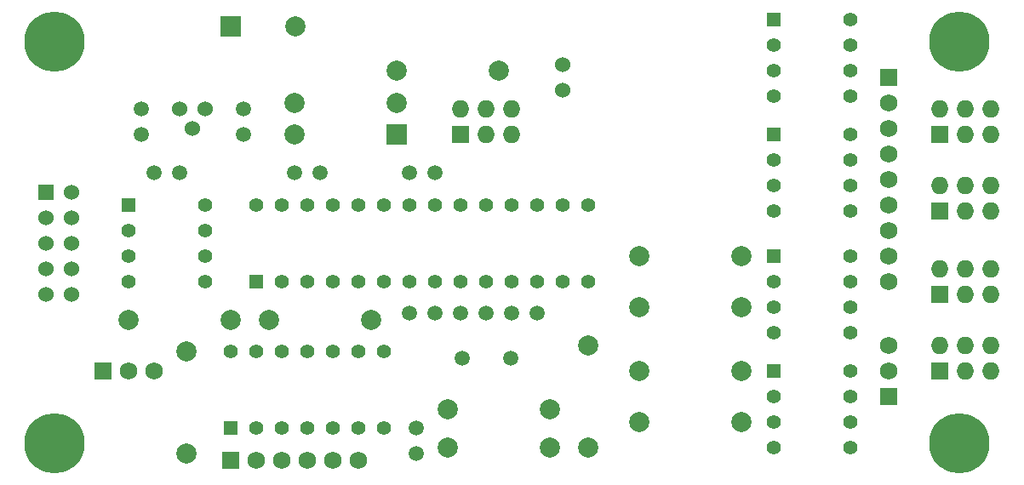
<source format=gbs>
%FSLAX36Y36*%
G04 Gerber Fmt 3.6, Leading zero omitted, Abs format (unit inch)*
G04 Created by KiCad (PCBNEW (2014-jul-16 BZR unknown)-product) date Sun 25 Jan 2015 02:29:34 PM PST*
%MOIN*%
G01*
G04 APERTURE LIST*
%ADD10C,0.003937*%
%ADD11C,0.059100*%
%ADD12C,0.078700*%
%ADD13R,0.078700X0.078700*%
%ADD14C,0.060000*%
%ADD15C,0.236220*%
%ADD16R,0.068000X0.068000*%
%ADD17C,0.068000*%
%ADD18R,0.060000X0.060000*%
%ADD19O,0.068000X0.068000*%
%ADD20R,0.055000X0.055000*%
%ADD21C,0.055000*%
G04 APERTURE END LIST*
D10*
D11*
X4475000Y-4400000D03*
X4475000Y-4500000D03*
X4875000Y-4400000D03*
X4875000Y-4500000D03*
X5725000Y-5200000D03*
X5825000Y-5200000D03*
X5525000Y-5200000D03*
X5625000Y-5200000D03*
X5625000Y-4650000D03*
X5525000Y-4650000D03*
X4525000Y-4650000D03*
X4625000Y-4650000D03*
X5925000Y-5200000D03*
X6025000Y-5200000D03*
X5550000Y-5650000D03*
X5550000Y-5750000D03*
X5175000Y-4650000D03*
X5075000Y-4650000D03*
D12*
X5075000Y-4500000D03*
D13*
X5475000Y-4500000D03*
D14*
X6125000Y-4325000D03*
X6125000Y-4225000D03*
D15*
X4133858Y-4133858D03*
X7677165Y-4133858D03*
X4133858Y-5708661D03*
X7677165Y-5708661D03*
D16*
X4325000Y-5425000D03*
D17*
X4425000Y-5425000D03*
X4525000Y-5425000D03*
D18*
X4100000Y-4725000D03*
D14*
X4200000Y-4725000D03*
X4100000Y-4825000D03*
X4200000Y-4825000D03*
X4100000Y-4925000D03*
X4200000Y-4925000D03*
X4100000Y-5025000D03*
X4200000Y-5025000D03*
X4100000Y-5125000D03*
X4200000Y-5125000D03*
D16*
X4825000Y-5775000D03*
D17*
X4925000Y-5775000D03*
X5025000Y-5775000D03*
X5125000Y-5775000D03*
X5225000Y-5775000D03*
X5325000Y-5775000D03*
D16*
X5725000Y-4500000D03*
D19*
X5725000Y-4400000D03*
X5825000Y-4500000D03*
X5825000Y-4400000D03*
X5925000Y-4500000D03*
X5925000Y-4400000D03*
D16*
X7600000Y-4500000D03*
D19*
X7600000Y-4400000D03*
X7700000Y-4500000D03*
X7700000Y-4400000D03*
X7800000Y-4500000D03*
X7800000Y-4400000D03*
D16*
X7600000Y-4800000D03*
D19*
X7600000Y-4700000D03*
X7700000Y-4800000D03*
X7700000Y-4700000D03*
X7800000Y-4800000D03*
X7800000Y-4700000D03*
D16*
X7600000Y-5125000D03*
D19*
X7600000Y-5025000D03*
X7700000Y-5125000D03*
X7700000Y-5025000D03*
X7800000Y-5125000D03*
X7800000Y-5025000D03*
D16*
X7600000Y-5425000D03*
D19*
X7600000Y-5325000D03*
X7700000Y-5425000D03*
X7700000Y-5325000D03*
X7800000Y-5425000D03*
X7800000Y-5325000D03*
D12*
X4425000Y-5225000D03*
X4825000Y-5225000D03*
X6075000Y-5725000D03*
X5675000Y-5725000D03*
X5675000Y-5575000D03*
X6075000Y-5575000D03*
X6225000Y-5725000D03*
X6225000Y-5325000D03*
X5375000Y-5225000D03*
X4975000Y-5225000D03*
X4650000Y-5750000D03*
X4650000Y-5350000D03*
X5075000Y-4375000D03*
X5475000Y-4375000D03*
D16*
X7400000Y-4275000D03*
D17*
X7400000Y-4375000D03*
X7400000Y-4475000D03*
X7400000Y-4575000D03*
X7400000Y-4675000D03*
X7400000Y-4775000D03*
X7400000Y-4875000D03*
X7400000Y-4975000D03*
X7400000Y-5075000D03*
D13*
X4822000Y-4075000D03*
D12*
X5078000Y-4075000D03*
D20*
X4825000Y-5650000D03*
D21*
X4925000Y-5650000D03*
X5025000Y-5650000D03*
X5125000Y-5650000D03*
X5225000Y-5650000D03*
X5325000Y-5650000D03*
X5425000Y-5650000D03*
X5425000Y-5350000D03*
X5325000Y-5350000D03*
X5225000Y-5350000D03*
X5125000Y-5350000D03*
X5025000Y-5350000D03*
X4925000Y-5350000D03*
X4825000Y-5350000D03*
D20*
X4425000Y-4775000D03*
D21*
X4425000Y-4875000D03*
X4425000Y-4975000D03*
X4425000Y-5075000D03*
X4725000Y-5075000D03*
X4725000Y-4975000D03*
X4725000Y-4875000D03*
X4725000Y-4775000D03*
X5025000Y-5075000D03*
X5125000Y-5075000D03*
X5225000Y-5075000D03*
X5325000Y-5075000D03*
X5425000Y-5075000D03*
X5525000Y-5075000D03*
X5625000Y-5075000D03*
X5725000Y-5075000D03*
X5825000Y-5075000D03*
X5925000Y-5075000D03*
X6025000Y-5075000D03*
X6125000Y-5075000D03*
X6225000Y-5075000D03*
D20*
X4925000Y-5075000D03*
D21*
X6225000Y-4775000D03*
X6125000Y-4775000D03*
X6025000Y-4775000D03*
X5925000Y-4775000D03*
X5825000Y-4775000D03*
X5725000Y-4775000D03*
X5625000Y-4775000D03*
X5525000Y-4775000D03*
X5425000Y-4775000D03*
X5325000Y-4775000D03*
X5225000Y-4775000D03*
X5125000Y-4775000D03*
X5025000Y-4775000D03*
X4925000Y-4775000D03*
D20*
X6950000Y-4050000D03*
D21*
X6950000Y-4150000D03*
X6950000Y-4250000D03*
X6950000Y-4350000D03*
X7250000Y-4350000D03*
X7250000Y-4250000D03*
X7250000Y-4150000D03*
X7250000Y-4050000D03*
D20*
X6950000Y-4500000D03*
D21*
X6950000Y-4600000D03*
X6950000Y-4700000D03*
X6950000Y-4800000D03*
X7250000Y-4800000D03*
X7250000Y-4700000D03*
X7250000Y-4600000D03*
X7250000Y-4500000D03*
D20*
X6950000Y-4975000D03*
D21*
X6950000Y-5075000D03*
X6950000Y-5175000D03*
X6950000Y-5275000D03*
X7250000Y-5275000D03*
X7250000Y-5175000D03*
X7250000Y-5075000D03*
X7250000Y-4975000D03*
D20*
X6950000Y-5425000D03*
D21*
X6950000Y-5525000D03*
X6950000Y-5625000D03*
X6950000Y-5725000D03*
X7250000Y-5725000D03*
X7250000Y-5625000D03*
X7250000Y-5525000D03*
X7250000Y-5425000D03*
D11*
X5728900Y-5375000D03*
X5921100Y-5375000D03*
D14*
X4725000Y-4400000D03*
X4675000Y-4475000D03*
X4625000Y-4400000D03*
D16*
X7400000Y-5525000D03*
D17*
X7400000Y-5425000D03*
X7400000Y-5325000D03*
D12*
X5475000Y-4250000D03*
X5875000Y-4250000D03*
X6425000Y-4975000D03*
X6825000Y-4975000D03*
X6425000Y-5175000D03*
X6825000Y-5175000D03*
X6425000Y-5425000D03*
X6825000Y-5425000D03*
X6425000Y-5625000D03*
X6825000Y-5625000D03*
M02*

</source>
